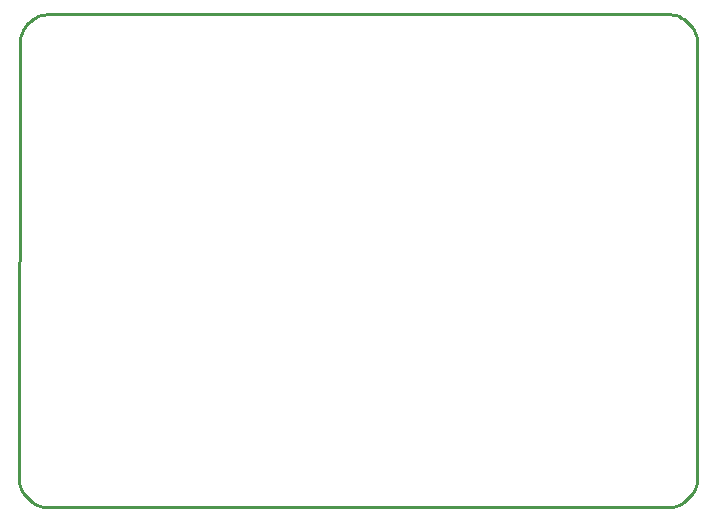
<source format=gm1>
G04*
G04 #@! TF.GenerationSoftware,Altium Limited,Altium Designer,21.2.2 (38)*
G04*
G04 Layer_Color=16711935*
%FSLAX25Y25*%
%MOIN*%
G70*
G04*
G04 #@! TF.SameCoordinates,00D53E6D-1767-4AB5-8D76-124CC48DB5B8*
G04*
G04*
G04 #@! TF.FilePolarity,Positive*
G04*
G01*
G75*
%ADD13C,0.01000*%
D13*
X353700Y337643D02*
X353748Y336663D01*
X353892Y335692D01*
X354131Y334740D01*
X354461Y333816D01*
X354881Y332929D01*
X355385Y332087D01*
X355970Y331299D01*
X356629Y330572D01*
X357356Y329913D01*
X358144Y329328D01*
X358986Y328824D01*
X359873Y328404D01*
X360797Y328074D01*
X361749Y327835D01*
X362720Y327691D01*
X363700Y327643D01*
X364000Y492000D02*
X363020Y491952D01*
X362049Y491808D01*
X361097Y491569D01*
X360173Y491239D01*
X359286Y490819D01*
X358444Y490315D01*
X357656Y489730D01*
X356929Y489071D01*
X356270Y488344D01*
X355685Y487556D01*
X355181Y486714D01*
X354761Y485827D01*
X354431Y484903D01*
X354192Y483951D01*
X354048Y482980D01*
X354000Y482000D01*
X382001Y327643D02*
X382001Y327643D01*
X569835D02*
X570815Y327691D01*
X571786Y327835D01*
X572738Y328074D01*
X573662Y328404D01*
X574549Y328824D01*
X575391Y329328D01*
X576179Y329913D01*
X576906Y330572D01*
X577565Y331299D01*
X578150Y332087D01*
X578654Y332929D01*
X579074Y333816D01*
X579404Y334740D01*
X579643Y335692D01*
X579787Y336663D01*
X579835Y337643D01*
X579835Y482000D02*
X579787Y482980D01*
X579643Y483951D01*
X579404Y484903D01*
X579074Y485827D01*
X578654Y486714D01*
X578150Y487556D01*
X577565Y488344D01*
X576906Y489071D01*
X576179Y489730D01*
X575391Y490315D01*
X574549Y490819D01*
X573662Y491239D01*
X572738Y491569D01*
X571786Y491808D01*
X570815Y491952D01*
X569835Y492000D01*
X579835Y337643D02*
X579835Y482000D01*
X353642Y337643D02*
X354000Y480000D01*
X363700Y327643D02*
X382001D01*
X354000Y480000D02*
Y482000D01*
X364000Y492000D02*
X382000D01*
X569835D01*
X382001Y327643D02*
X569835D01*
M02*

</source>
